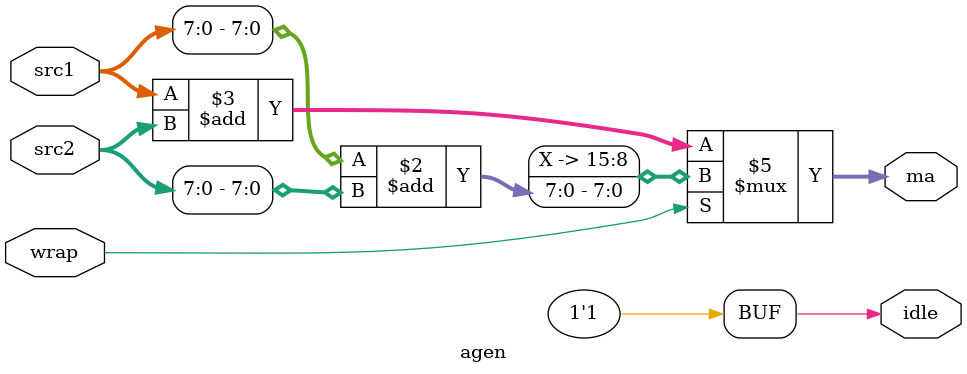
<source format=sv>
`include "rtf65004-defines.sv"

module agen(wrap, src1, src2, ma, idle);
parameter AMSB = 15;
parameter TRUE = 1'b1;
parameter FALSE = 1'b0;
input wrap;
input [AMSB:0] src1;
input [AMSB:0] src2;
output reg [AMSB:0] ma;
output idle;

assign idle = 1'b1;

always @*
	if (wrap)
		ma <= {scr1[15:8],src1[7:0] + src2[7:0]};
	else
		ma <= src1 + src2;


endmodule

</source>
